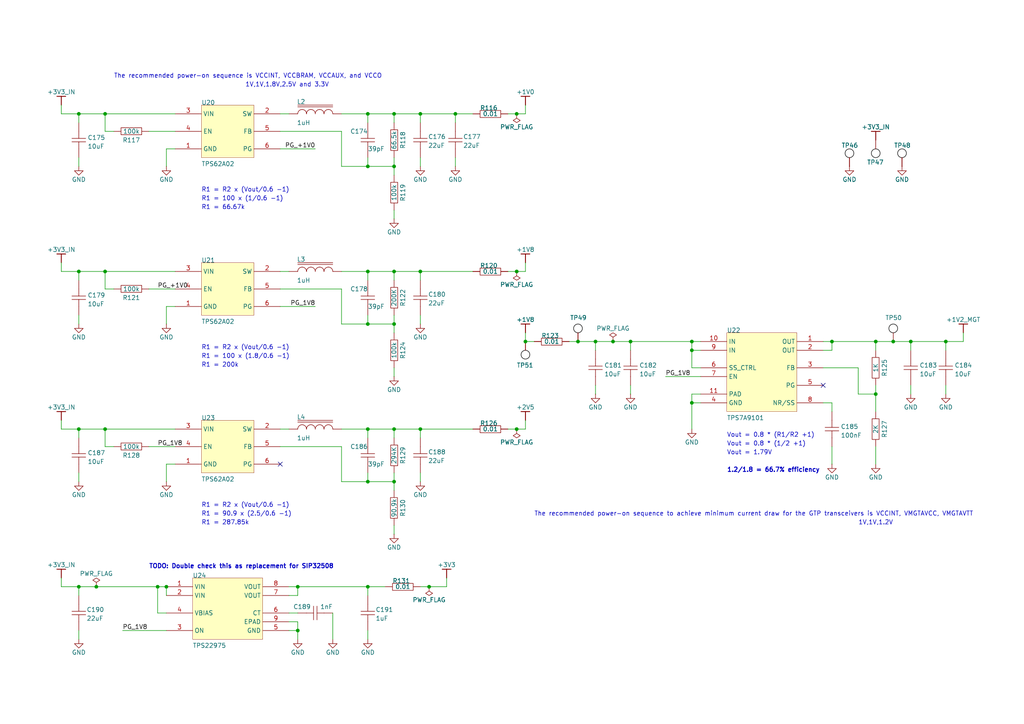
<source format=kicad_sch>
(kicad_sch (version 20241004) (generator "eeschema") (generator_version "8.99")
  (paper "A4")
  (title_block (title "ThunderScope") (rev "5") (company "EEVengers"))
  (text "The recommended power-on sequence to achieve minimum current draw for the GTP transceivers is VCCINT, VMGTAVCC, VMGTAVTT" (at 154.94 149.86 0) (effects (font (size 1.27 1.27)) (justify left bottom)))
  (text "TODO: Double check this as replacement for SIP32508" (at 43.18 165.1 0) (effects (font (size 1.27 1.27) (thickness 0.254) (bold yes)) (justify left bottom)))
  (text "R1 = R2 x (Vout/0.6 -1)" (at 58.42 55.88 0) (effects (font (size 1.27 1.27)) (justify left bottom)))
  (text "Vout = 0.8 * (1/2 +1)" (at 210.82 129.54 0) (effects (font (size 1.27 1.27)) (justify left bottom)))
  (text "R1 = 200k" (at 58.42 106.68 0) (effects (font (size 1.27 1.27)) (justify left bottom)))
  (text "R1 = R2 x (Vout/0.6 -1)" (at 58.42 147.32 0) (effects (font (size 1.27 1.27)) (justify left bottom)))
  (text "R1 = 90.9 x (2.5/0.6 -1)" (at 58.42 149.86 0) (effects (font (size 1.27 1.27)) (justify left bottom)))
  (text "Vout = 1.79V" (at 210.82 132.08 0) (effects (font (size 1.27 1.27)) (justify left bottom)))
  (text "1V,1V,1.2V" (at 254 152.4 0) (effects (font (size 1.27 1.27)) (justify bottom)))
  (text "R1 = 100 x (1.8/0.6 -1)" (at 58.42 104.14 0) (effects (font (size 1.27 1.27)) (justify left bottom)))
  (text "R1 = 100 x (1/0.6 -1)" (at 58.42 58.42 0) (effects (font (size 1.27 1.27)) (justify left bottom)))
  (text "R1 = 66.67k" (at 58.42 60.96 0) (effects (font (size 1.27 1.27)) (justify left bottom)))
  (text "Vout = 0.8 * (R1/R2 +1)" (at 210.82 127 0) (effects (font (size 1.27 1.27)) (justify left bottom)))
  (text "1.2/1.8 = 66.7% efficiency" (at 210.82 137.16 0) (effects (font (size 1.27 1.27) (thickness 0.254) (bold yes)) (justify left bottom)))
  (text "R1 = 287.85k" (at 58.42 152.4 0) (effects (font (size 1.27 1.27)) (justify left bottom)))
  (text "The recommended power-on sequence is VCCINT, VCCBRAM, VCCAUX, and VCCO" (at 33.02 22.86 0) (effects (font (size 1.27 1.27)) (justify left bottom)))
  (text "R1 = R2 x (Vout/0.6 -1)" (at 58.42 101.6 0) (effects (font (size 1.27 1.27)) (justify left bottom)))
  (text "1V,1V,1.8V,2.5V and 3.3V" (at 71.12 25.4 0) (effects (font (size 1.27 1.27)) (justify left bottom)))
  (junction (at 182.88 99.06))
  (junction (at 149.86 124.46))
  (junction (at 106.68 33.02))
  (junction (at 149.86 33.02))
  (junction (at 86.36 170.18))
  (junction (at 254 114.3))
  (junction (at 30.48 78.74))
  (junction (at 241.3 99.06))
  (junction (at 259.08 99.06))
  (junction (at 114.3 78.74))
  (junction (at 106.68 78.74))
  (junction (at 264.16 99.06))
  (junction (at 200.66 116.84))
  (junction (at 22.86 78.74))
  (junction (at 200.66 99.06))
  (junction (at 121.92 124.46))
  (junction (at 114.3 48.26))
  (junction (at 86.36 182.88))
  (junction (at 177.8 99.06))
  (junction (at 48.26 170.18))
  (junction (at 106.68 139.7))
  (junction (at 22.86 33.02))
  (junction (at 149.86 78.74))
  (junction (at 152.4 99.06))
  (junction (at 106.68 48.26))
  (junction (at 106.68 124.46))
  (junction (at 124.46 170.18))
  (junction (at 106.68 170.18))
  (junction (at 167.64 99.06))
  (junction (at 114.3 93.98))
  (junction (at 27.94 170.18))
  (junction (at 45.72 170.18))
  (junction (at 121.92 78.74))
  (junction (at 114.3 139.7))
  (junction (at 114.3 33.02))
  (junction (at 114.3 124.46))
  (junction (at 30.48 124.46))
  (junction (at 200.66 101.6))
  (junction (at 274.32 99.06))
  (junction (at 121.92 33.02))
  (junction (at 254 99.06))
  (junction (at 30.48 33.02))
  (junction (at 132.08 33.02))
  (junction (at 172.72 99.06))
  (junction (at 22.86 170.18))
  (junction (at 106.68 93.98))
  (junction (at 22.86 124.46))
  (no_connect (at 81.28 134.62))
  (no_connect (at 238.76 111.76))
  (wire (pts (xy 22.86 124.46) (xy 22.86 127)))
  (wire (pts (xy 114.3 142.24) (xy 114.3 139.7)))
  (wire (pts (xy 83.82 182.88) (xy 86.36 182.88)))
  (wire (pts (xy 200.66 114.3) (xy 200.66 116.84)))
  (wire (pts (xy 114.3 93.98) (xy 114.3 91.44)))
  (wire (pts (xy 22.86 139.7) (xy 22.86 137.16)))
  (wire (pts (xy 30.48 38.1) (xy 33.02 38.1)))
  (wire (pts (xy 106.68 137.16) (xy 106.68 139.7)))
  (wire (pts (xy 22.86 93.98) (xy 22.86 91.44)))
  (wire (pts (xy 106.68 93.98) (xy 99.06 93.98)))
  (wire (pts (xy 99.06 83.82) (xy 81.28 83.82)))
  (wire (pts (xy 50.8 83.82) (xy 43.18 83.82)))
  (wire (pts (xy 121.92 93.98) (xy 121.92 91.44)))
  (wire (pts (xy 99.06 139.7) (xy 99.06 129.54)))
  (wire (pts (xy 30.48 129.54) (xy 33.02 129.54)))
  (wire (pts (xy 200.66 116.84) (xy 200.66 124.46)))
  (wire (pts (xy 48.26 43.18) (xy 50.8 43.18)))
  (wire (pts (xy 149.86 33.02) (xy 152.4 33.02)))
  (wire (pts (xy 264.16 114.3) (xy 264.16 111.76)))
  (wire (pts (xy 200.66 99.06) (xy 203.2 99.06)))
  (wire (pts (xy 50.8 78.74) (xy 30.48 78.74)))
  (wire (pts (xy 17.78 30.48) (xy 17.78 33.02)))
  (wire (pts (xy 48.26 48.26) (xy 48.26 43.18)))
  (wire (pts (xy 114.3 127) (xy 114.3 124.46)))
  (wire (pts (xy 121.92 139.7) (xy 121.92 137.16)))
  (wire (pts (xy 149.86 78.74) (xy 152.4 78.74)))
  (wire (pts (xy 279.4 99.06) (xy 279.4 96.52)))
  (wire (pts (xy 114.3 50.8) (xy 114.3 48.26)))
  (wire (pts (xy 83.82 180.34) (xy 86.36 180.34)))
  (wire (pts (xy 45.72 170.18) (xy 48.26 170.18)))
  (wire (pts (xy 17.78 121.92) (xy 17.78 124.46)))
  (wire (pts (xy 254 129.54) (xy 254 134.62)))
  (wire (pts (xy 106.68 48.26) (xy 99.06 48.26)))
  (wire (pts (xy 147.32 78.74) (xy 149.86 78.74)))
  (wire (pts (xy 22.86 170.18) (xy 27.94 170.18)))
  (wire (pts (xy 96.52 185.42) (xy 96.52 177.8)))
  (wire (pts (xy 129.54 170.18) (xy 129.54 167.64)))
  (wire (pts (xy 121.92 48.26) (xy 121.92 45.72)))
  (wire (pts (xy 203.2 101.6) (xy 200.66 101.6)))
  (wire (pts (xy 106.68 124.46) (xy 99.06 124.46)))
  (wire (pts (xy 30.48 33.02) (xy 22.86 33.02)))
  (wire (pts (xy 106.68 127) (xy 106.68 124.46)))
  (wire (pts (xy 182.88 99.06) (xy 200.66 99.06)))
  (wire (pts (xy 274.32 99.06) (xy 274.32 101.6)))
  (wire (pts (xy 238.76 101.6) (xy 241.3 101.6)))
  (wire (pts (xy 203.2 114.3) (xy 200.66 114.3)))
  (wire (pts (xy 241.3 101.6) (xy 241.3 99.06)))
  (wire (pts (xy 121.92 124.46) (xy 114.3 124.46)))
  (wire (pts (xy 121.92 124.46) (xy 137.16 124.46)))
  (wire (pts (xy 81.28 33.02) (xy 83.82 33.02)))
  (wire (pts (xy 172.72 114.3) (xy 172.72 111.76)))
  (wire (pts (xy 30.48 83.82) (xy 33.02 83.82)))
  (wire (pts (xy 99.06 129.54) (xy 81.28 129.54)))
  (wire (pts (xy 254 99.06) (xy 259.08 99.06)))
  (wire (pts (xy 114.3 96.52) (xy 114.3 93.98)))
  (wire (pts (xy 22.86 170.18) (xy 22.86 172.72)))
  (wire (pts (xy 114.3 81.28) (xy 114.3 78.74)))
  (wire (pts (xy 241.3 116.84) (xy 241.3 119.38)))
  (wire (pts (xy 114.3 78.74) (xy 106.68 78.74)))
  (wire (pts (xy 86.36 172.72) (xy 83.82 172.72)))
  (wire (pts (xy 248.92 106.68) (xy 248.92 114.3)))
  (wire (pts (xy 17.78 170.18) (xy 22.86 170.18)))
  (wire (pts (xy 238.76 106.68) (xy 248.92 106.68)))
  (wire (pts (xy 254 114.3) (xy 254 119.38)))
  (wire (pts (xy 152.4 124.46) (xy 152.4 121.92)))
  (wire (pts (xy 167.64 99.06) (xy 172.72 99.06)))
  (wire (pts (xy 177.8 99.06) (xy 182.88 99.06)))
  (wire (pts (xy 241.3 99.06) (xy 254 99.06)))
  (wire (pts (xy 200.66 106.68) (xy 200.66 101.6)))
  (wire (pts (xy 22.86 33.02) (xy 22.86 35.56)))
  (wire (pts (xy 17.78 78.74) (xy 22.86 78.74)))
  (wire (pts (xy 182.88 99.06) (xy 182.88 101.6)))
  (wire (pts (xy 17.78 124.46) (xy 22.86 124.46)))
  (wire (pts (xy 106.68 170.18) (xy 111.76 170.18)))
  (wire (pts (xy 200.66 101.6) (xy 200.66 99.06)))
  (wire (pts (xy 165.1 99.06) (xy 167.64 99.06)))
  (wire (pts (xy 114.3 139.7) (xy 114.3 137.16)))
  (wire (pts (xy 106.68 91.44) (xy 106.68 93.98)))
  (wire (pts (xy 48.26 170.18) (xy 48.26 172.72)))
  (wire (pts (xy 48.26 177.8) (xy 45.72 177.8)))
  (wire (pts (xy 106.68 185.42) (xy 106.68 182.88)))
  (wire (pts (xy 274.32 99.06) (xy 279.4 99.06)))
  (wire (pts (xy 99.06 48.26) (xy 99.06 38.1)))
  (wire (pts (xy 147.32 124.46) (xy 149.86 124.46)))
  (wire (pts (xy 114.3 35.56) (xy 114.3 33.02)))
  (wire (pts (xy 83.82 177.8) (xy 86.36 177.8)))
  (wire (pts (xy 124.46 170.18) (xy 129.54 170.18)))
  (wire (pts (xy 48.26 93.98) (xy 48.26 88.9)))
  (wire (pts (xy 238.76 99.06) (xy 241.3 99.06)))
  (wire (pts (xy 121.92 33.02) (xy 132.08 33.02)))
  (wire (pts (xy 48.26 88.9) (xy 50.8 88.9)))
  (wire (pts (xy 81.28 88.9) (xy 91.44 88.9)))
  (wire (pts (xy 81.28 43.18) (xy 91.44 43.18)))
  (wire (pts (xy 30.48 124.46) (xy 22.86 124.46)))
  (wire (pts (xy 81.28 78.74) (xy 83.82 78.74)))
  (wire (pts (xy 114.3 139.7) (xy 106.68 139.7)))
  (wire (pts (xy 50.8 124.46) (xy 30.48 124.46)))
  (wire (pts (xy 132.08 33.02) (xy 137.16 33.02)))
  (wire (pts (xy 30.48 78.74) (xy 30.48 83.82)))
  (wire (pts (xy 106.68 35.56) (xy 106.68 33.02)))
  (wire (pts (xy 106.68 139.7) (xy 99.06 139.7)))
  (wire (pts (xy 121.92 81.28) (xy 121.92 78.74)))
  (wire (pts (xy 86.36 170.18) (xy 86.36 172.72)))
  (wire (pts (xy 48.26 182.88) (xy 35.56 182.88)))
  (wire (pts (xy 121.92 33.02) (xy 114.3 33.02)))
  (wire (pts (xy 106.68 170.18) (xy 86.36 170.18)))
  (wire (pts (xy 106.68 33.02) (xy 99.06 33.02)))
  (wire (pts (xy 264.16 99.06) (xy 274.32 99.06)))
  (wire (pts (xy 149.86 124.46) (xy 152.4 124.46)))
  (wire (pts (xy 172.72 99.06) (xy 177.8 99.06)))
  (wire (pts (xy 248.92 114.3) (xy 254 114.3)))
  (wire (pts (xy 121.92 127) (xy 121.92 124.46)))
  (wire (pts (xy 132.08 48.26) (xy 132.08 45.72)))
  (wire (pts (xy 30.48 124.46) (xy 30.48 129.54)))
  (wire (pts (xy 30.48 33.02) (xy 30.48 38.1)))
  (wire (pts (xy 264.16 99.06) (xy 264.16 101.6)))
  (wire (pts (xy 154.94 99.06) (xy 152.4 99.06)))
  (wire (pts (xy 22.86 78.74) (xy 22.86 81.28)))
  (wire (pts (xy 114.3 93.98) (xy 106.68 93.98)))
  (wire (pts (xy 254 111.76) (xy 254 114.3)))
  (wire (pts (xy 121.92 78.74) (xy 137.16 78.74)))
  (wire (pts (xy 86.36 170.18) (xy 83.82 170.18)))
  (wire (pts (xy 48.26 134.62) (xy 50.8 134.62)))
  (wire (pts (xy 121.92 170.18) (xy 124.46 170.18)))
  (wire (pts (xy 99.06 93.98) (xy 99.06 83.82)))
  (wire (pts (xy 106.68 45.72) (xy 106.68 48.26)))
  (wire (pts (xy 147.32 33.02) (xy 149.86 33.02)))
  (wire (pts (xy 45.72 177.8) (xy 45.72 170.18)))
  (wire (pts (xy 152.4 78.74) (xy 152.4 76.2)))
  (wire (pts (xy 114.3 33.02) (xy 106.68 33.02)))
  (wire (pts (xy 114.3 106.68) (xy 114.3 109.22)))
  (wire (pts (xy 43.18 38.1) (xy 50.8 38.1)))
  (wire (pts (xy 50.8 33.02) (xy 30.48 33.02)))
  (wire (pts (xy 17.78 76.2) (xy 17.78 78.74)))
  (wire (pts (xy 114.3 124.46) (xy 106.68 124.46)))
  (wire (pts (xy 182.88 114.3) (xy 182.88 111.76)))
  (wire (pts (xy 114.3 48.26) (xy 106.68 48.26)))
  (wire (pts (xy 152.4 96.52) (xy 152.4 99.06)))
  (wire (pts (xy 193.04 109.22) (xy 203.2 109.22)))
  (wire (pts (xy 259.08 99.06) (xy 264.16 99.06)))
  (wire (pts (xy 172.72 101.6) (xy 172.72 99.06)))
  (wire (pts (xy 99.06 38.1) (xy 81.28 38.1)))
  (wire (pts (xy 152.4 33.02) (xy 152.4 30.48)))
  (wire (pts (xy 114.3 60.96) (xy 114.3 63.5)))
  (wire (pts (xy 50.8 129.54) (xy 43.18 129.54)))
  (wire (pts (xy 27.94 170.18) (xy 45.72 170.18)))
  (wire (pts (xy 106.68 78.74) (xy 99.06 78.74)))
  (wire (pts (xy 121.92 35.56) (xy 121.92 33.02)))
  (wire (pts (xy 238.76 116.84) (xy 241.3 116.84)))
  (wire (pts (xy 86.36 182.88) (xy 86.36 185.42)))
  (wire (pts (xy 48.26 139.7) (xy 48.26 134.62)))
  (wire (pts (xy 22.86 48.26) (xy 22.86 45.72)))
  (wire (pts (xy 121.92 78.74) (xy 114.3 78.74)))
  (wire (pts (xy 241.3 134.62) (xy 241.3 129.54)))
  (wire (pts (xy 114.3 48.26) (xy 114.3 45.72)))
  (wire (pts (xy 22.86 185.42) (xy 22.86 182.88)))
  (wire (pts (xy 81.28 124.46) (xy 83.82 124.46)))
  (wire (pts (xy 132.08 35.56) (xy 132.08 33.02)))
  (wire (pts (xy 203.2 106.68) (xy 200.66 106.68)))
  (wire (pts (xy 30.48 78.74) (xy 22.86 78.74)))
  (wire (pts (xy 254 101.6) (xy 254 99.06)))
  (wire (pts (xy 17.78 167.64) (xy 17.78 170.18)))
  (wire (pts (xy 114.3 152.4) (xy 114.3 154.94)))
  (wire (pts (xy 86.36 180.34) (xy 86.36 182.88)))
  (wire (pts (xy 106.68 170.18) (xy 106.68 172.72)))
  (wire (pts (xy 203.2 116.84) (xy 200.66 116.84)))
  (wire (pts (xy 17.78 33.02) (xy 22.86 33.02)))
  (wire (pts (xy 106.68 81.28) (xy 106.68 78.74)))
  (wire (pts (xy 274.32 114.3) (xy 274.32 111.76)))
  (label "PG_1V8" (at 35.56 182.88 0))
  (label "PG_+1V0" (at 91.44 43.18 180))
  (label "PG_1V8" (at 45.72 129.54 0))
  (label "PG_1V8" (at 193.04 109.22 0))
  (label "PG_+1V0" (at 45.72 83.82 0))
  (label "PG_1V8" (at 91.44 88.9 180))
  (symbol (lib_id "Thunderscope_Rev5:GND") (at 132.08 48.26 0) (unit 1)
    (property "Reference" "#PWR0495" (effects (hide yes)))
    (property "Value" "GND" (at 132.08 52.07 0))
    (property "Description" "Power symbol creates a global label with name \"GND\" , ground" (effects (hide yes)))
  )
  (symbol (lib_id "Thunderscope_Rev5:+1V0_BAR") (at 152.4 30.48 180) (unit 1)
    (property "Reference" "#PWR0494" (effects (hide yes)))
    (property "Value" "+1V0" (at 152.4 26.67 0))
  )
  (symbol (lib_id "Thunderscope_Rev5:RES 100K OHM 1% 1/10W 0402") (at 38.1 129.54 90) (unit 1)
    (property "Reference" "R128" (at 38.1 132.08 90))
    (property "Value" "${ALTIUM_VALUE}" (at 38.1 129.54 90))
    (property "Footprint" "GEN_R_0402" (effects (hide yes)))
    (property "TOLERANCE" "1%" (effects (hide yes)))
    (property "PACKAGE" "0402" (effects (hide yes)))
    (property "ALTIUM_VALUE" "100k" (effects (hide yes)))
    (property "SUPPLIER 1" "Mouser" (effects (hide yes)))
    (property "SUPPLIER PART NUMBER 1" "603-RC0402FR-07100KL" (effects (hide yes)))
    (property "HOUSE PART NUMBER" "R-100K-0402-1%-001" (effects (hide yes)))
    (property "MANUFACTURER" "Yageo" (effects (hide yes)))
    (property "MANUFACTURER PART NUMBER" "RC0402FR-07100KL" (effects (hide yes)))
  )
  (symbol (lib_id "power:PWR_FLAG") (at 149.86 33.02 180) (unit 1)
    (property "Reference" "#FLG012" (effects (hide yes)))
    (property "Value" "PWR_FLAG" (at 149.86 36.83 0))
    (property "Description" "Special symbol for telling ERC where power comes from" (effects (hide yes)))
  )
  (symbol (lib_id "Thunderscope_Rev5:CAP 1nF 50V C0G 0402") (at 91.44 177.8 90) (unit 1)
    (property "Reference" "C189" (at 90.17 175.26 90) (effects (justify left bottom)))
    (property "Value" "${ALTIUM_VALUE}" (at 96.52 175.26 90) (effects (justify left bottom)))
    (property "Footprint" "GEN_C_0402" (effects (hide yes)))
    (property "PACKAGE" "0402" (effects (hide yes)))
    (property "VOLTAGE RATING" "50V" (effects (hide yes)))
    (property "SUPPLIER 1" "Mouser" (effects (hide yes)))
    (property "SUPPLIER PART NUMBER 1" "81-GRM1555C1H102FA1D" (effects (hide yes)))
    (property "ALTIUM_VALUE" "1nF" (effects (hide yes)))
    (property "MANUFACTURER" "Murata" (effects (hide yes)))
    (property "MANUFACTURER PART NUMBER" "GRM1555C1H102FA01D" (effects (hide yes)))
  )
  (symbol (lib_id "Thunderscope_Rev5:+3V3_IN_BAR") (at 17.78 76.2 180) (unit 1)
    (property "Reference" "#PWR0470" (effects (hide yes)))
    (property "Value" "+3V3_IN" (at 17.78 72.39 0))
  )
  (symbol (lib_id "Thunderscope_Rev5:RES 0.01 OHM 1% 1/4W 0603") (at 142.24 78.74 0) (unit 1)
    (property "Reference" "R120" (at 139.24 77.764 0) (effects (justify left bottom)))
    (property "Value" "${ALTIUM_VALUE}" (at 142.24 78.74 0))
    (property "Footprint" "GEN_R_0603" (effects (hide yes)))
    (property "TOLERANCE" "1%" (effects (hide yes)))
    (property "SUPPLIER 1" "Mouser" (effects (hide yes)))
    (property "SUPPLIER PART NUMBER 1" "754-RL0816T-R010-F" (effects (hide yes)))
    (property "ALTIUM_VALUE" "0.01" (effects (hide yes)))
    (property "PACKAGE" "0603" (effects (hide yes)))
    (property "HOUSE PART NUMBER" "R-0.01-0603-1%-001" (effects (hide yes)))
    (property "MANUFACTURER" "Susumu" (effects (hide yes)))
    (property "MANUFACTURER PART NUMBER" "RL0816T-R010-F" (effects (hide yes)))
  )
  (symbol (lib_id "Thunderscope_Rev5:GND") (at 114.3 63.5 0) (unit 1)
    (property "Reference" "#PWR0460" (effects (hide yes)))
    (property "Value" "GND" (at 114.3 67.31 0))
    (property "Description" "Power symbol creates a global label with name \"GND\" , ground" (effects (hide yes)))
  )
  (symbol (lib_id "Thunderscope_Rev5:RES 0.01 OHM 1% 1/4W 0603") (at 142.24 33.02 0) (unit 1)
    (property "Reference" "R116" (at 139.24 32.044 0) (effects (justify left bottom)))
    (property "Value" "${ALTIUM_VALUE}" (at 142.24 33.02 0))
    (property "Footprint" "GEN_R_0603" (effects (hide yes)))
    (property "TOLERANCE" "1%" (effects (hide yes)))
    (property "SUPPLIER 1" "Mouser" (effects (hide yes)))
    (property "SUPPLIER PART NUMBER 1" "754-RL0816T-R010-F" (effects (hide yes)))
    (property "ALTIUM_VALUE" "0.01" (effects (hide yes)))
    (property "PACKAGE" "0603" (effects (hide yes)))
    (property "HOUSE PART NUMBER" "R-0.01-0603-1%-001" (effects (hide yes)))
    (property "MANUFACTURER" "Susumu" (effects (hide yes)))
    (property "MANUFACTURER PART NUMBER" "RL0816T-R010-F" (effects (hide yes)))
  )
  (symbol (lib_id "Thunderscope_Rev5:GND") (at 264.16 114.3 0) (unit 1)
    (property "Reference" "#PWR0487" (effects (hide yes)))
    (property "Value" "GND" (at 264.16 118.11 0))
    (property "Description" "Power symbol creates a global label with name \"GND\" , ground" (effects (hide yes)))
  )
  (symbol (lib_id "Thunderscope_Rev5:GND") (at 96.52 185.42 0) (unit 1)
    (property "Reference" "#PWR0475" (effects (hide yes)))
    (property "Value" "GND" (at 96.52 189.23 0))
    (property "Description" "Power symbol creates a global label with name \"GND\" , ground" (effects (hide yes)))
  )
  (symbol (lib_id "Thunderscope_Rev5:GND") (at 22.86 139.7 0) (unit 1)
    (property "Reference" "#PWR0463" (effects (hide yes)))
    (property "Value" "GND" (at 22.86 143.51 0))
    (property "Description" "Power symbol creates a global label with name \"GND\" , ground" (effects (hide yes)))
  )
  (symbol (lib_id "Thunderscope_Rev5:CAP 100nF 16V X7R 0402") (at 241.3 124.46 0) (unit 1)
    (property "Reference" "C185" (at 243.84 124.46 0) (effects (justify left bottom)))
    (property "Value" "${ALTIUM_VALUE}" (at 243.84 127 0) (effects (justify left bottom)))
    (property "Footprint" "GEN_C_0402" (effects (hide yes)))
    (property "PACKAGE" "0402" (effects (hide yes)))
    (property "VOLTAGE RATING" "16V" (effects (hide yes)))
    (property "SUPPLIER 1" "Mouser" (effects (hide yes)))
    (property "SUPPLIER PART NUMBER 1" "81-GCM155R71C104KA5D" (effects (hide yes)))
    (property "ALTIUM_VALUE" "100nF" (effects (hide yes)))
    (property "HOUSE PART NUMBER" "C-100nF-0402-002" (effects (hide yes)))
    (property "MANUFACTURER" "Murata" (effects (hide yes)))
    (property "MANUFACTURER PART NUMBER" "GCM155R71C104KA55D" (effects (hide yes)))
  )
  (symbol (lib_id "power:PWR_FLAG") (at 124.46 170.18 180) (unit 1)
    (property "Reference" "#FLG015" (effects (hide yes)))
    (property "Value" "PWR_FLAG" (at 124.46 173.99 0))
    (property "Description" "Special symbol for telling ERC where power comes from" (effects (hide yes)))
  )
  (symbol (lib_id "Thunderscope_Rev5:IC BUCK TPS62A02") (at 58.42 30.48 0) (unit 1)
    (property "Reference" "U20" (at 58.42 30.48 0) (effects (justify left bottom)))
    (property "Value" "TPS62A02" (at 58.42 48.26 0) (effects (justify left bottom)))
    (property "Footprint" "TI_SOT563_DRL0006A" (effects (hide yes)))
    (property "SUPPLIER 1" "Texas Instruments" (effects (hide yes)))
    (property "SUPPLIER PART NUMBER 1" "TPS62A02DRLR" (effects (hide yes)))
    (property "HOUSE PART NUMBER" "TPS62A02DRLR" (effects (hide yes)))
    (property "MANUFACTURER" "Texas Instruments" (effects (hide yes)))
    (property "MANUFACTURER PART NUMBER" "TPS62A02DRLR" (effects (hide yes)))
  )
  (symbol (lib_id "Thunderscope_Rev5:CAP 39pF 50V C0G 0402") (at 106.68 40.64 0) (unit 1)
    (property "Reference" "C174" (at 104.14 38.1 0))
    (property "Value" "${ALTIUM_VALUE}" (at 106.68 43.18 0) (effects (justify left)))
    (property "Footprint" "GEN_C_0402" (effects (hide yes)))
    (property "PACKAGE" "0402" (effects (hide yes)))
    (property "TEMPERATURE COEFFICIENT" "C0G" (effects (hide yes)))
    (property "ALTIUM_VALUE" "39pF" (effects (hide yes)))
    (property "VOLTAGE RATING" "50V" (effects (hide yes)))
    (property "SUPPLIER 1" "Mouser" (effects (hide yes)))
    (property "SUPPLIER PART NUMBER 1" "80-C0402C390J5G" (effects (hide yes)))
    (property "HOUSE PART NUMBER" "C-39pF-0402-002" (effects (hide yes)))
    (property "MANUFACTURER" "KEMET" (effects (hide yes)))
    (property "MANUFACTURER PART NUMBER" "C0402C390J5GACTU" (effects (hide yes)))
  )
  (symbol (lib_id "Thunderscope_Rev5:RES 90.9K OHM 1% 1/16W 0402") (at 114.3 147.32 90) (unit 1)
    (property "Reference" "R130" (at 116.84 147.32 0))
    (property "Value" "${ALTIUM_VALUE}" (at 114.3 147.32 0))
    (property "Footprint" "GEN_R_0402" (effects (hide yes)))
    (property "TOLERANCE" "1%" (effects (hide yes)))
    (property "PACKAGE" "0402" (effects (hide yes)))
    (property "ALTIUM_VALUE" "90.9k" (effects (hide yes)))
    (property "SUPPLIER 1" "Mouser" (effects (hide yes)))
    (property "SUPPLIER PART NUMBER 1" "603-RC0402FR-0790K9L" (effects (hide yes)))
    (property "MANUFACTURER" "Yageo" (effects (hide yes)))
    (property "MANUFACTURER PART NUMBER" "RC0402FR-0790K9L" (effects (hide yes)))
  )
  (symbol (lib_id "Thunderscope_Rev5:GND") (at 200.66 124.46 0) (unit 1)
    (property "Reference" "#PWR0482" (effects (hide yes)))
    (property "Value" "GND" (at 200.66 128.27 0))
    (property "Description" "Power symbol creates a global label with name \"GND\" , ground" (effects (hide yes)))
  )
  (symbol (lib_id "Thunderscope_Rev5:RES 1K OHM 1% 1/10W 0402") (at 254 106.68 0) (unit 1)
    (property "Reference" "R125" (at 256.54 106.68 90))
    (property "Value" "${ALTIUM_VALUE}" (at 254 106.68 90))
    (property "Footprint" "GEN_R_0402" (effects (hide yes)))
    (property "TOLERANCE" "1%" (effects (hide yes)))
    (property "PACKAGE" "0402" (effects (hide yes)))
    (property "SUPPLIER 1" "Mouser" (effects (hide yes)))
    (property "SUPPLIER PART NUMBER 1" "603-RC0402FR-071KL" (effects (hide yes)))
    (property "ALTIUM_VALUE" "1K" (effects (hide yes)))
    (property "HOUSE PART NUMBER" "R-1K-0402-1%-001" (effects (hide yes)))
    (property "MANUFACTURER" "Yageo" (effects (hide yes)))
    (property "MANUFACTURER PART NUMBER" "RC0402FR-071KL" (effects (hide yes)))
  )
  (symbol (lib_id "Thunderscope_Rev5:CAP 10uF 10V X5R 0603") (at 182.88 106.68 0) (unit 1)
    (property "Reference" "C182" (at 185.42 106.68 0) (effects (justify left bottom)))
    (property "Value" "${ALTIUM_VALUE}" (at 185.42 109.22 0) (effects (justify left bottom)))
    (property "Footprint" "GEN_C_0603" (effects (hide yes)))
    (property "PACKAGE" "0402" (effects (hide yes)))
    (property "VOLTAGE RATING" "10V" (effects (hide yes)))
    (property "SUPPLIER 1" "Mouser" (effects (hide yes)))
    (property "SUPPLIER PART NUMBER 1" "81-GRM188R61A106ME9D" (effects (hide yes)))
    (property "ALTIUM_VALUE" "10uF" (effects (hide yes)))
    (property "HOUSE PART NUMBER" "C-10uF-0603-002" (effects (hide yes)))
    (property "MANUFACTURER" "Murata" (effects (hide yes)))
    (property "MANUFACTURER PART NUMBER" "GRM188R61A106ME69D" (effects (hide yes)))
  )
  (symbol (lib_id "Thunderscope_Rev5:GND") (at 274.32 114.3 0) (unit 1)
    (property "Reference" "#PWR0486" (effects (hide yes)))
    (property "Value" "GND" (at 274.32 118.11 0))
    (property "Description" "Power symbol creates a global label with name \"GND\" , ground" (effects (hide yes)))
  )
  (symbol (lib_id "Thunderscope_Rev5:CAP 39pF 50V C0G 0402") (at 106.68 86.36 0) (unit 1)
    (property "Reference" "C178" (at 104.14 83.82 0))
    (property "Value" "${ALTIUM_VALUE}" (at 106.68 88.9 0) (effects (justify left)))
    (property "Footprint" "GEN_C_0402" (effects (hide yes)))
    (property "PACKAGE" "0402" (effects (hide yes)))
    (property "TEMPERATURE COEFFICIENT" "C0G" (effects (hide yes)))
    (property "ALTIUM_VALUE" "39pF" (effects (hide yes)))
    (property "VOLTAGE RATING" "50V" (effects (hide yes)))
    (property "SUPPLIER 1" "Mouser" (effects (hide yes)))
    (property "SUPPLIER PART NUMBER 1" "80-C0402C390J5G" (effects (hide yes)))
    (property "HOUSE PART NUMBER" "C-39pF-0402-002" (effects (hide yes)))
    (property "MANUFACTURER" "KEMET" (effects (hide yes)))
    (property "MANUFACTURER PART NUMBER" "C0402C390J5GACTU" (effects (hide yes)))
  )
  (symbol (lib_id "Thunderscope_Rev5:GND") (at 48.26 48.26 0) (unit 1)
    (property "Reference" "#PWR0471" (effects (hide yes)))
    (property "Value" "GND" (at 48.26 52.07 0))
    (property "Description" "Power symbol creates a global label with name \"GND\" , ground" (effects (hide yes)))
  )
  (symbol (lib_id "Thunderscope_Rev5:+1V8_BAR") (at 152.4 76.2 180) (unit 1)
    (property "Reference" "#PWR0490" (effects (hide yes)))
    (property "Value" "+1V8" (at 152.4 72.39 0))
  )
  (symbol (lib_id "power:PWR_FLAG") (at 149.86 78.74 180) (unit 1)
    (property "Reference" "#FLG013" (effects (hide yes)))
    (property "Value" "PWR_FLAG" (at 149.86 82.55 0))
    (property "Description" "Special symbol for telling ERC where power comes from" (effects (hide yes)))
  )
  (symbol (lib_id "Thunderscope_Rev5:RES 0.01 OHM 1% 1/4W 0603") (at 160.02 99.06 0) (unit 1)
    (property "Reference" "R123" (at 157.02 98.084 0) (effects (justify left bottom)))
    (property "Value" "${ALTIUM_VALUE}" (at 160.02 99.06 0))
    (property "Footprint" "GEN_R_0603" (effects (hide yes)))
    (property "TOLERANCE" "1%" (effects (hide yes)))
    (property "SUPPLIER 1" "Mouser" (effects (hide yes)))
    (property "SUPPLIER PART NUMBER 1" "754-RL0816T-R010-F" (effects (hide yes)))
    (property "ALTIUM_VALUE" "0.01" (effects (hide yes)))
    (property "PACKAGE" "0603" (effects (hide yes)))
    (property "HOUSE PART NUMBER" "R-0.01-0603-1%-001" (effects (hide yes)))
    (property "MANUFACTURER" "Susumu" (effects (hide yes)))
    (property "MANUFACTURER PART NUMBER" "RL0816T-R010-F" (effects (hide yes)))
  )
  (symbol (lib_id "Thunderscope_Rev5:IND 1uH 5.5A 32 MOHM 1210") (at 91.44 124.46 0) (unit 1)
    (property "Reference" "L4" (at 86.106 121.666 0) (effects (justify left bottom)))
    (property "Value" "${ALTIUM_VALUE}" (at 86.106 127.762 0) (effects (justify left bottom)))
    (property "Footprint" "GEN_L_1210" (effects (hide yes)))
    (property "ALTIUM_VALUE" "1uH" (effects (hide yes)))
    (property "SUPPLIER 1" "Mouser" (effects (hide yes)))
    (property "SUPPLIER PART NUMBER 1" "652-SRP3212-1R0M" (effects (hide yes)))
    (property "HOUSE PART NUMBER" "SRP3212-1R0M" (effects (hide yes)))
    (property "MANUFACTURER" "Bourns" (effects (hide yes)))
    (property "MANUFACTURER PART NUMBER" "SRP3212-1R0M" (effects (hide yes)))
  )
  (symbol (lib_id "Thunderscope_Rev5:GND") (at 22.86 185.42 0) (unit 1)
    (property "Reference" "#PWR0466" (effects (hide yes)))
    (property "Value" "GND" (at 22.86 189.23 0))
    (property "Description" "Power symbol creates a global label with name \"GND\" , ground" (effects (hide yes)))
  )
  (symbol (lib_id "Thunderscope_Rev5:GND") (at 106.68 185.42 0) (unit 1)
    (property "Reference" "#PWR0476" (effects (hide yes)))
    (property "Value" "GND" (at 106.68 189.23 0))
    (property "Description" "Power symbol creates a global label with name \"GND\" , ground" (effects (hide yes)))
  )
  (symbol (lib_id "Thunderscope_Rev5:TP PCB 1mm") (at 259.08 99.06 90) (unit 1)
    (property "Reference" "TP50" (at 261.62 91.44 90) (effects (justify left bottom)))
    (property "Value" "PCB" (effects (hide yes)))
    (property "Footprint" "GEN_TP_PCB" (effects (hide yes)))
  )
  (symbol (lib_id "Thunderscope_Rev5:GND") (at 48.26 139.7 0) (unit 1)
    (property "Reference" "#PWR0465" (effects (hide yes)))
    (property "Value" "GND" (at 48.26 143.51 0))
    (property "Description" "Power symbol creates a global label with name \"GND\" , ground" (effects (hide yes)))
  )
  (symbol (lib_id "Thunderscope_Rev5:CAP 10uF 10V X5R 0603") (at 274.32 106.68 0) (unit 1)
    (property "Reference" "C184" (at 276.86 106.68 0) (effects (justify left bottom)))
    (property "Value" "${ALTIUM_VALUE}" (at 276.86 109.22 0) (effects (justify left bottom)))
    (property "Footprint" "GEN_C_0603" (effects (hide yes)))
    (property "PACKAGE" "0402" (effects (hide yes)))
    (property "VOLTAGE RATING" "10V" (effects (hide yes)))
    (property "SUPPLIER 1" "Mouser" (effects (hide yes)))
    (property "SUPPLIER PART NUMBER 1" "81-GRM188R61A106ME9D" (effects (hide yes)))
    (property "ALTIUM_VALUE" "10uF" (effects (hide yes)))
    (property "HOUSE PART NUMBER" "C-10uF-0603-002" (effects (hide yes)))
    (property "MANUFACTURER" "Murata" (effects (hide yes)))
    (property "MANUFACTURER PART NUMBER" "GRM188R61A106ME69D" (effects (hide yes)))
  )
  (symbol (lib_id "Thunderscope_Rev5:IND 1uH 5.5A 32 MOHM 1210") (at 91.44 78.74 0) (unit 1)
    (property "Reference" "L3" (at 86.106 75.946 0) (effects (justify left bottom)))
    (property "Value" "${ALTIUM_VALUE}" (at 86.106 82.042 0) (effects (justify left bottom)))
    (property "Footprint" "GEN_L_1210" (effects (hide yes)))
    (property "ALTIUM_VALUE" "1uH" (effects (hide yes)))
    (property "SUPPLIER 1" "Mouser" (effects (hide yes)))
    (property "SUPPLIER PART NUMBER 1" "652-SRP3212-1R0M" (effects (hide yes)))
    (property "HOUSE PART NUMBER" "SRP3212-1R0M" (effects (hide yes)))
    (property "MANUFACTURER" "Bourns" (effects (hide yes)))
    (property "MANUFACTURER PART NUMBER" "SRP3212-1R0M" (effects (hide yes)))
  )
  (symbol (lib_id "Thunderscope_Rev5:GND") (at 261.62 48.26 0) (unit 1)
    (property "Reference" "#PWR0488" (effects (hide yes)))
    (property "Value" "GND" (at 261.62 52.07 0))
    (property "Description" "Power symbol creates a global label with name \"GND\" , ground" (effects (hide yes)))
  )
  (symbol (lib_id "Thunderscope_Rev5:+3V3_IN_BAR") (at 254 40.64 180) (unit 1)
    (property "Reference" "#PWR0484" (effects (hide yes)))
    (property "Value" "+3V3_IN" (at 254 36.83 0))
  )
  (symbol (lib_id "Thunderscope_Rev5:TP PCB 1mm") (at 167.64 99.06 90) (unit 1)
    (property "Reference" "TP49" (at 170.18 91.44 90) (effects (justify left bottom)))
    (property "Value" "PCB" (effects (hide yes)))
    (property "Footprint" "GEN_TP_PCB" (effects (hide yes)))
  )
  (symbol (lib_id "Thunderscope_Rev5:CAP 22uF 25V X5R 0805") (at 121.92 86.36 0) (unit 1)
    (property "Reference" "C180" (at 124.174 86.106 0) (effects (justify left bottom)))
    (property "Value" "${ALTIUM_VALUE}" (at 124.174 88.646 0) (effects (justify left bottom)))
    (property "Footprint" "GEN_C_0805" (effects (hide yes)))
    (property "PACKAGE" "0805" (effects (hide yes)))
    (property "VOLTAGE RATING" "25V" (effects (hide yes)))
    (property "ALTIUM_VALUE" "22uF" (effects (hide yes)))
    (property "SUPPLIER 1" "Mouser" (effects (hide yes)))
    (property "SUPPLIER PART NUMBER 1" "81-GRM21BR61E226ME4L" (effects (hide yes)))
    (property "HOUSE PART NUMBER" "C-22uF-0805-002" (effects (hide yes)))
    (property "MANUFACTURER" "Murata" (effects (hide yes)))
    (property "MANUFACTURER PART NUMBER" "GRM21BR61E226ME44L" (effects (hide yes)))
  )
  (symbol (lib_id "Thunderscope_Rev5:RES 100K OHM 1% 1/10W 0402") (at 38.1 38.1 90) (unit 1)
    (property "Reference" "R117" (at 38.1 40.64 90))
    (property "Value" "${ALTIUM_VALUE}" (at 38.1 38.1 90))
    (property "Footprint" "GEN_R_0402" (effects (hide yes)))
    (property "TOLERANCE" "1%" (effects (hide yes)))
    (property "PACKAGE" "0402" (effects (hide yes)))
    (property "ALTIUM_VALUE" "100k" (effects (hide yes)))
    (property "SUPPLIER 1" "Mouser" (effects (hide yes)))
    (property "SUPPLIER PART NUMBER 1" "603-RC0402FR-07100KL" (effects (hide yes)))
    (property "HOUSE PART NUMBER" "R-100K-0402-1%-001" (effects (hide yes)))
    (property "MANUFACTURER" "Yageo" (effects (hide yes)))
    (property "MANUFACTURER PART NUMBER" "RC0402FR-07100KL" (effects (hide yes)))
  )
  (symbol (lib_id "Thunderscope_Rev5:CAP 22uF 25V X5R 0805") (at 121.92 40.64 0) (unit 1)
    (property "Reference" "C176" (at 124.174 40.386 0) (effects (justify left bottom)))
    (property "Value" "${ALTIUM_VALUE}" (at 124.174 42.926 0) (effects (justify left bottom)))
    (property "Footprint" "GEN_C_0805" (effects (hide yes)))
    (property "PACKAGE" "0805" (effects (hide yes)))
    (property "VOLTAGE RATING" "25V" (effects (hide yes)))
    (property "ALTIUM_VALUE" "22uF" (effects (hide yes)))
    (property "SUPPLIER 1" "Mouser" (effects (hide yes)))
    (property "SUPPLIER PART NUMBER 1" "81-GRM21BR61E226ME4L" (effects (hide yes)))
    (property "HOUSE PART NUMBER" "C-22uF-0805-002" (effects (hide yes)))
    (property "MANUFACTURER" "Murata" (effects (hide yes)))
    (property "MANUFACTURER PART NUMBER" "GRM21BR61E226ME44L" (effects (hide yes)))
  )
  (symbol (lib_id "Thunderscope_Rev5:CAP 10uF 10V X5R 0603") (at 22.86 132.08 0) (unit 1)
    (property "Reference" "C187" (at 25.4 132.08 0) (effects (justify left bottom)))
    (property "Value" "${ALTIUM_VALUE}" (at 25.4 134.62 0) (effects (justify left bottom)))
    (property "Footprint" "GEN_C_0603" (effects (hide yes)))
    (property "PACKAGE" "0402" (effects (hide yes)))
    (property "VOLTAGE RATING" "10V" (effects (hide yes)))
    (property "SUPPLIER 1" "Mouser" (effects (hide yes)))
    (property "SUPPLIER PART NUMBER 1" "81-GRM188R61A106ME9D" (effects (hide yes)))
    (property "ALTIUM_VALUE" "10uF" (effects (hide yes)))
    (property "HOUSE PART NUMBER" "C-10uF-0603-002" (effects (hide yes)))
    (property "MANUFACTURER" "Murata" (effects (hide yes)))
    (property "MANUFACTURER PART NUMBER" "GRM188R61A106ME69D" (effects (hide yes)))
  )
  (symbol (lib_id "Thunderscope_Rev5:GND") (at 48.26 93.98 0) (unit 1)
    (property "Reference" "#PWR0473" (effects (hide yes)))
    (property "Value" "GND" (at 48.26 97.79 0))
    (property "Description" "Power symbol creates a global label with name \"GND\" , ground" (effects (hide yes)))
  )
  (symbol (lib_id "Thunderscope_Rev5:GND") (at 114.3 154.94 0) (unit 1)
    (property "Reference" "#PWR0467" (effects (hide yes)))
    (property "Value" "GND" (at 114.3 158.75 0))
    (property "Description" "Power symbol creates a global label with name \"GND\" , ground" (effects (hide yes)))
  )
  (symbol (lib_id "Thunderscope_Rev5:GND") (at 22.86 48.26 0) (unit 1)
    (property "Reference" "#PWR0472" (effects (hide yes)))
    (property "Value" "GND" (at 22.86 52.07 0))
    (property "Description" "Power symbol creates a global label with name \"GND\" , ground" (effects (hide yes)))
  )
  (symbol (lib_id "Thunderscope_Rev5:CAP 10uF 10V X5R 0603") (at 264.16 106.68 0) (unit 1)
    (property "Reference" "C183" (at 266.7 106.68 0) (effects (justify left bottom)))
    (property "Value" "${ALTIUM_VALUE}" (at 266.7 109.22 0) (effects (justify left bottom)))
    (property "Footprint" "GEN_C_0603" (effects (hide yes)))
    (property "PACKAGE" "0402" (effects (hide yes)))
    (property "VOLTAGE RATING" "10V" (effects (hide yes)))
    (property "SUPPLIER 1" "Mouser" (effects (hide yes)))
    (property "SUPPLIER PART NUMBER 1" "81-GRM188R61A106ME9D" (effects (hide yes)))
    (property "ALTIUM_VALUE" "10uF" (effects (hide yes)))
    (property "HOUSE PART NUMBER" "C-10uF-0603-002" (effects (hide yes)))
    (property "MANUFACTURER" "Murata" (effects (hide yes)))
    (property "MANUFACTURER PART NUMBER" "GRM188R61A106ME69D" (effects (hide yes)))
  )
  (symbol (lib_id "Thunderscope_Rev5:GND") (at 22.86 93.98 0) (unit 1)
    (property "Reference" "#PWR0468" (effects (hide yes)))
    (property "Value" "GND" (at 22.86 97.79 0))
    (property "Description" "Power symbol creates a global label with name \"GND\" , ground" (effects (hide yes)))
  )
  (symbol (lib_id "Thunderscope_Rev5:+2V5_BAR") (at 152.4 121.92 180) (unit 1)
    (property "Reference" "#PWR0496" (effects (hide yes)))
    (property "Value" "+2V5" (at 152.4 118.11 0))
  )
  (symbol (lib_id "Thunderscope_Rev5:+3V3_IN_BAR") (at 17.78 30.48 180) (unit 1)
    (property "Reference" "#PWR0469" (effects (hide yes)))
    (property "Value" "+3V3_IN" (at 17.78 26.67 0))
  )
  (symbol (lib_id "Thunderscope_Rev5:GND") (at 172.72 114.3 0) (unit 1)
    (property "Reference" "#PWR0478" (effects (hide yes)))
    (property "Value" "GND" (at 172.72 118.11 0))
    (property "Description" "Power symbol creates a global label with name \"GND\" , ground" (effects (hide yes)))
  )
  (symbol (lib_id "Thunderscope_Rev5:IC BUCK TPS62A02") (at 58.42 121.92 0) (unit 1)
    (property "Reference" "U23" (at 58.42 121.92 0) (effects (justify left bottom)))
    (property "Value" "TPS62A02" (at 58.42 139.7 0) (effects (justify left bottom)))
    (property "Footprint" "TI_SOT563_DRL0006A" (effects (hide yes)))
    (property "SUPPLIER 1" "Texas Instruments" (effects (hide yes)))
    (property "SUPPLIER PART NUMBER 1" "TPS62A02DRLR" (effects (hide yes)))
    (property "HOUSE PART NUMBER" "TPS62A02DRLR" (effects (hide yes)))
    (property "MANUFACTURER" "Texas Instruments" (effects (hide yes)))
    (property "MANUFACTURER PART NUMBER" "TPS62A02DRLR" (effects (hide yes)))
  )
  (symbol (lib_id "Thunderscope_Rev5:+3V3_IN_BAR") (at 17.78 121.92 180) (unit 1)
    (property "Reference" "#PWR0462" (effects (hide yes)))
    (property "Value" "+3V3_IN" (at 17.78 118.11 0))
  )
  (symbol (lib_id "Thunderscope_Rev5:IC SWITCH LOAD TPS22975") (at 66.04 175.26 0) (unit 1)
    (property "Reference" "U24" (at 55.88 167.64 0) (effects (justify left bottom)))
    (property "Value" "TPS22975" (at 55.88 187.96 0) (effects (justify left bottom)))
    (property "Footprint" "TI_WSON8_DSG0008A" (effects (hide yes)))
    (property "SUPPLIER 1" "Texas Instruments" (effects (hide yes)))
    (property "SUPPLIER PART NUMBER 1" "TPS22975DSGR" (effects (hide yes)))
    (property "MANUFACTURER" "Texas Instruments" (effects (hide yes)))
    (property "MANUFACTURER PART NUMBER" "TPS22975DSGR" (effects (hide yes)))
  )
  (symbol (lib_id "Thunderscope_Rev5:RES 2K OHM 1% 1/16W 0402") (at 254 124.46 90) (unit 1)
    (property "Reference" "R127" (at 256.54 124.46 0))
    (property "Value" "${ALTIUM_VALUE}" (at 254 124.46 0))
    (property "Footprint" "GEN_R_0402" (effects (hide yes)))
    (property "TOLERANCE" "1%" (effects (hide yes)))
    (property "PACKAGE" "0402" (effects (hide yes)))
    (property "SUPPLIER 1" "Mouser" (effects (hide yes)))
    (property "SUPPLIER PART NUMBER 1" "603-RC0402FR-072KL" (effects (hide yes)))
    (property "ALTIUM_VALUE" "2K" (effects (hide yes)))
    (property "MANUFACTURER" "Yageo" (effects (hide yes)))
    (property "MANUFACTURER PART NUMBER" "RC0402FR-072KL" (effects (hide yes)))
  )
  (symbol (lib_id "Thunderscope_Rev5:GND") (at 246.38 48.26 0) (unit 1)
    (property "Reference" "#PWR0485" (effects (hide yes)))
    (property "Value" "GND" (at 246.38 52.07 0))
    (property "Description" "Power symbol creates a global label with name \"GND\" , ground" (effects (hide yes)))
  )
  (symbol (lib_id "Thunderscope_Rev5:TP PCB 1mm") (at 246.38 48.26 90) (unit 1)
    (property "Reference" "TP46" (at 248.92 41.4528 90) (effects (justify left bottom)))
    (property "Value" "PCB" (effects (hide yes)))
    (property "Footprint" "GEN_TP_PCB" (effects (hide yes)))
  )
  (symbol (lib_id "Thunderscope_Rev5:RES 100K OHM 1% 1/10W 0402") (at 114.3 101.6 0) (unit 1)
    (property "Reference" "R124" (at 116.84 101.6 90))
    (property "Value" "${ALTIUM_VALUE}" (at 114.3 101.6 90))
    (property "Footprint" "GEN_R_0402" (effects (hide yes)))
    (property "TOLERANCE" "1%" (effects (hide yes)))
    (property "PACKAGE" "0402" (effects (hide yes)))
    (property "ALTIUM_VALUE" "100k" (effects (hide yes)))
    (property "SUPPLIER 1" "Mouser" (effects (hide yes)))
    (property "SUPPLIER PART NUMBER 1" "603-RC0402FR-07100KL" (effects (hide yes)))
    (property "HOUSE PART NUMBER" "R-100K-0402-1%-001" (effects (hide yes)))
    (property "MANUFACTURER" "Yageo" (effects (hide yes)))
    (property "MANUFACTURER PART NUMBER" "RC0402FR-07100KL" (effects (hide yes)))
  )
  (symbol (lib_id "Thunderscope_Rev5:CAP 22uF 25V X5R 0805") (at 22.86 177.8 0) (unit 1)
    (property "Reference" "C190" (at 25.114 177.546 0) (effects (justify left bottom)))
    (property "Value" "${ALTIUM_VALUE}" (at 25.114 180.086 0) (effects (justify left bottom)))
    (property "Footprint" "GEN_C_0805" (effects (hide yes)))
    (property "PACKAGE" "0805" (effects (hide yes)))
    (property "VOLTAGE RATING" "25V" (effects (hide yes)))
    (property "ALTIUM_VALUE" "22uF" (effects (hide yes)))
    (property "SUPPLIER 1" "Mouser" (effects (hide yes)))
    (property "SUPPLIER PART NUMBER 1" "81-GRM21BR61E226ME4L" (effects (hide yes)))
    (property "HOUSE PART NUMBER" "C-22uF-0805-002" (effects (hide yes)))
    (property "MANUFACTURER" "Murata" (effects (hide yes)))
    (property "MANUFACTURER PART NUMBER" "GRM21BR61E226ME44L" (effects (hide yes)))
  )
  (symbol (lib_id "Thunderscope_Rev5:GND") (at 241.3 134.62 0) (unit 1)
    (property "Reference" "#PWR0480" (effects (hide yes)))
    (property "Value" "GND" (at 241.3 138.43 0))
    (property "Description" "Power symbol creates a global label with name \"GND\" , ground" (effects (hide yes)))
  )
  (symbol (lib_id "Thunderscope_Rev5:RES 100K OHM 1% 1/10W 0402") (at 38.1 83.82 90) (unit 1)
    (property "Reference" "R121" (at 38.1 86.36 90))
    (property "Value" "${ALTIUM_VALUE}" (at 38.1 83.82 90))
    (property "Footprint" "GEN_R_0402" (effects (hide yes)))
    (property "TOLERANCE" "1%" (effects (hide yes)))
    (property "PACKAGE" "0402" (effects (hide yes)))
    (property "ALTIUM_VALUE" "100k" (effects (hide yes)))
    (property "SUPPLIER 1" "Mouser" (effects (hide yes)))
    (property "SUPPLIER PART NUMBER 1" "603-RC0402FR-07100KL" (effects (hide yes)))
    (property "HOUSE PART NUMBER" "R-100K-0402-1%-001" (effects (hide yes)))
    (property "MANUFACTURER" "Yageo" (effects (hide yes)))
    (property "MANUFACTURER PART NUMBER" "RC0402FR-07100KL" (effects (hide yes)))
  )
  (symbol (lib_id "Thunderscope_Rev5:GND") (at 254 134.62 0) (unit 1)
    (property "Reference" "#PWR0481" (effects (hide yes)))
    (property "Value" "GND" (at 254 138.43 0))
    (property "Description" "Power symbol creates a global label with name \"GND\" , ground" (effects (hide yes)))
  )
  (symbol (lib_id "Thunderscope_Rev5:IC LDO TPS7A9101") (at 220.98 106.68 0) (unit 1)
    (property "Reference" "U22" (at 210.82 96.52 0) (effects (justify left bottom)))
    (property "Value" "TPS7A9101" (at 210.82 121.92 0) (effects (justify left bottom)))
    (property "Footprint" "TI_WSON10_DSK0010A" (effects (hide yes)))
    (property "SUPPLIER 1" "Digi-Key" (effects (hide yes)))
    (property "SUPPLIER PART NUMBER 1" "296-45298-1-ND" (effects (hide yes)))
  )
  (symbol (lib_id "Thunderscope_Rev5:RES 100K OHM 1% 1/10W 0402") (at 114.3 55.88 0) (unit 1)
    (property "Reference" "R119" (at 116.84 55.88 90))
    (property "Value" "${ALTIUM_VALUE}" (at 114.3 55.88 90))
    (property "Footprint" "GEN_R_0402" (effects (hide yes)))
    (property "TOLERANCE" "1%" (effects (hide yes)))
    (property "PACKAGE" "0402" (effects (hide yes)))
    (property "ALTIUM_VALUE" "100k" (effects (hide yes)))
    (property "SUPPLIER 1" "Mouser" (effects (hide yes)))
    (property "SUPPLIER PART NUMBER 1" "603-RC0402FR-07100KL" (effects (hide yes)))
    (property "HOUSE PART NUMBER" "R-100K-0402-1%-001" (effects (hide yes)))
    (property "MANUFACTURER" "Yageo" (effects (hide yes)))
    (property "MANUFACTURER PART NUMBER" "RC0402FR-07100KL" (effects (hide yes)))
  )
  (symbol (lib_id "Thunderscope_Rev5:GND") (at 121.92 139.7 0) (unit 1)
    (property "Reference" "#PWR0492" (effects (hide yes)))
    (property "Value" "GND" (at 121.92 143.51 0))
    (property "Description" "Power symbol creates a global label with name \"GND\" , ground" (effects (hide yes)))
  )
  (symbol (lib_id "Thunderscope_Rev5:CAP 10uF 10V X5R 0603") (at 172.72 106.68 0) (unit 1)
    (property "Reference" "C181" (at 175.26 106.68 0) (effects (justify left bottom)))
    (property "Value" "${ALTIUM_VALUE}" (at 175.26 109.22 0) (effects (justify left bottom)))
    (property "Footprint" "GEN_C_0603" (effects (hide yes)))
    (property "PACKAGE" "0402" (effects (hide yes)))
    (property "VOLTAGE RATING" "10V" (effects (hide yes)))
    (property "SUPPLIER 1" "Mouser" (effects (hide yes)))
    (property "SUPPLIER PART NUMBER 1" "81-GRM188R61A106ME9D" (effects (hide yes)))
    (property "ALTIUM_VALUE" "10uF" (effects (hide yes)))
    (property "HOUSE PART NUMBER" "C-10uF-0603-002" (effects (hide yes)))
    (property "MANUFACTURER" "Murata" (effects (hide yes)))
    (property "MANUFACTURER PART NUMBER" "GRM188R61A106ME69D" (effects (hide yes)))
  )
  (symbol (lib_id "power:PWR_FLAG") (at 177.8 99.06 0) (unit 1)
    (property "Reference" "#FLG016" (effects (hide yes)))
    (property "Value" "PWR_FLAG" (at 177.8 95.25 0))
    (property "Description" "Special symbol for telling ERC where power comes from" (effects (hide yes)))
  )
  (symbol (lib_id "Thunderscope_Rev5:GND") (at 121.92 93.98 0) (unit 1)
    (property "Reference" "#PWR0491" (effects (hide yes)))
    (property "Value" "GND" (at 121.92 97.79 0))
    (property "Description" "Power symbol creates a global label with name \"GND\" , ground" (effects (hide yes)))
  )
  (symbol (lib_id "Thunderscope_Rev5:GND") (at 114.3 109.22 0) (unit 1)
    (property "Reference" "#PWR0461" (effects (hide yes)))
    (property "Value" "GND" (at 114.3 113.03 0))
    (property "Description" "Power symbol creates a global label with name \"GND\" , ground" (effects (hide yes)))
  )
  (symbol (lib_id "Thunderscope_Rev5:+3V3_BAR") (at 129.54 167.64 180) (unit 1)
    (property "Reference" "#PWR0477" (effects (hide yes)))
    (property "Value" "+3V3" (at 129.54 163.83 0))
  )
  (symbol (lib_id "power:PWR_FLAG") (at 27.94 170.18 0) (unit 1)
    (property "Reference" "#FLG019" (effects (hide yes)))
    (property "Value" "PWR_FLAG" (at 27.94 166.37 0))
    (property "Description" "Special symbol for telling ERC where power comes from" (effects (hide yes)))
  )
  (symbol (lib_id "Thunderscope_Rev5:GND") (at 86.36 185.42 0) (unit 1)
    (property "Reference" "#PWR0474" (effects (hide yes)))
    (property "Value" "GND" (at 86.36 189.23 0))
    (property "Description" "Power symbol creates a global label with name \"GND\" , ground" (effects (hide yes)))
  )
  (symbol (lib_id "Thunderscope_Rev5:+3V3_IN_BAR") (at 17.78 167.64 180) (unit 1)
    (property "Reference" "#PWR0464" (effects (hide yes)))
    (property "Value" "+3V3_IN" (at 17.78 163.83 0))
  )
  (symbol (lib_id "Thunderscope_Rev5:RES 200K OHM 1% 1/16W 0402") (at 114.3 86.36 0) (unit 1)
    (property "Reference" "R122" (at 116.84 86.36 90))
    (property "Value" "${ALTIUM_VALUE}" (at 114.3 86.36 90))
    (property "Footprint" "GEN_R_0402" (effects (hide yes)))
    (property "TOLERANCE" "1%" (effects (hide yes)))
    (property "PACKAGE" "0402" (effects (hide yes)))
    (property "ALTIUM_VALUE" "200K" (effects (hide yes)))
    (property "SUPPLIER 1" "Mouser" (effects (hide yes)))
    (property "SUPPLIER PART NUMBER 1" "603-RC0402FR-07200KL" (effects (hide yes)))
    (property "HOUSE PART NUMBER" "R-200K-0402-1%-001" (effects (hide yes)))
    (property "MANUFACTURER" "Yageo" (effects (hide yes)))
    (property "MANUFACTURER PART NUMBER" "RC0402FR-07200KL" (effects (hide yes)))
  )
  (symbol (lib_id "Thunderscope_Rev5:IC BUCK TPS62A02") (at 58.42 76.2 0) (unit 1)
    (property "Reference" "U21" (at 58.42 76.2 0) (effects (justify left bottom)))
    (property "Value" "TPS62A02" (at 58.42 93.98 0) (effects (justify left bottom)))
    (property "Footprint" "TI_SOT563_DRL0006A" (effects (hide yes)))
    (property "SUPPLIER 1" "Texas Instruments" (effects (hide yes)))
    (property "SUPPLIER PART NUMBER 1" "TPS62A02DRLR" (effects (hide yes)))
    (property "HOUSE PART NUMBER" "TPS62A02DRLR" (effects (hide yes)))
    (property "MANUFACTURER" "Texas Instruments" (effects (hide yes)))
    (property "MANUFACTURER PART NUMBER" "TPS62A02DRLR" (effects (hide yes)))
  )
  (symbol (lib_id "Thunderscope_Rev5:GND") (at 182.88 114.3 0) (unit 1)
    (property "Reference" "#PWR0479" (effects (hide yes)))
    (property "Value" "GND" (at 182.88 118.11 0))
    (property "Description" "Power symbol creates a global label with name \"GND\" , ground" (effects (hide yes)))
  )
  (symbol (lib_id "Thunderscope_Rev5:GND") (at 121.92 48.26 0) (unit 1)
    (property "Reference" "#PWR0489" (effects (hide yes)))
    (property "Value" "GND" (at 121.92 52.07 0))
    (property "Description" "Power symbol creates a global label with name \"GND\" , ground" (effects (hide yes)))
  )
  (symbol (lib_id "Thunderscope_Rev5:RES 0.01 OHM 1% 1/4W 0603") (at 116.84 170.18 0) (unit 1)
    (property "Reference" "R131" (at 113.84 169.204 0) (effects (justify left bottom)))
    (property "Value" "${ALTIUM_VALUE}" (at 116.84 170.18 0))
    (property "Footprint" "GEN_R_0603" (effects (hide yes)))
    (property "TOLERANCE" "1%" (effects (hide yes)))
    (property "SUPPLIER 1" "Mouser" (effects (hide yes)))
    (property "SUPPLIER PART NUMBER 1" "754-RL0816T-R010-F" (effects (hide yes)))
    (property "ALTIUM_VALUE" "0.01" (effects (hide yes)))
    (property "PACKAGE" "0603" (effects (hide yes)))
    (property "HOUSE PART NUMBER" "R-0.01-0603-1%-001" (effects (hide yes)))
    (property "MANUFACTURER" "Susumu" (effects (hide yes)))
    (property "MANUFACTURER PART NUMBER" "RL0816T-R010-F" (effects (hide yes)))
  )
  (symbol (lib_id "Thunderscope_Rev5:IND 1uH 5.5A 32 MOHM 1210") (at 91.44 33.02 0) (unit 1)
    (property "Reference" "L2" (at 86.106 30.226 0) (effects (justify left bottom)))
    (property "Value" "${ALTIUM_VALUE}" (at 86.106 36.322 0) (effects (justify left bottom)))
    (property "Footprint" "GEN_L_1210" (effects (hide yes)))
    (property "ALTIUM_VALUE" "1uH" (effects (hide yes)))
    (property "SUPPLIER 1" "Mouser" (effects (hide yes)))
    (property "SUPPLIER PART NUMBER 1" "652-SRP3212-1R0M" (effects (hide yes)))
    (property "HOUSE PART NUMBER" "SRP3212-1R0M" (effects (hide yes)))
    (property "MANUFACTURER" "Bourns" (effects (hide yes)))
    (property "MANUFACTURER PART NUMBER" "SRP3212-1R0M" (effects (hide yes)))
  )
  (symbol (lib_id "Thunderscope_Rev5:CAP 39pF 50V C0G 0402") (at 106.68 132.08 0) (unit 1)
    (property "Reference" "C186" (at 104.14 129.54 0))
    (property "Value" "${ALTIUM_VALUE}" (at 106.68 134.62 0) (effects (justify left)))
    (property "Footprint" "GEN_C_0402" (effects (hide yes)))
    (property "PACKAGE" "0402" (effects (hide yes)))
    (property "TEMPERATURE COEFFICIENT" "C0G" (effects (hide yes)))
    (property "ALTIUM_VALUE" "39pF" (effects (hide yes)))
    (property "VOLTAGE RATING" "50V" (effects (hide yes)))
    (property "SUPPLIER 1" "Mouser" (effects (hide yes)))
    (property "SUPPLIER PART NUMBER 1" "80-C0402C390J5G" (effects (hide yes)))
    (property "HOUSE PART NUMBER" "C-39pF-0402-002" (effects (hide yes)))
    (property "MANUFACTURER" "KEMET" (effects (hide yes)))
    (property "MANUFACTURER PART NUMBER" "C0402C390J5GACTU" (effects (hide yes)))
  )
  (symbol (lib_id "Thunderscope_Rev5:+1V2_MGT_BAR") (at 279.4 96.52 180) (unit 1)
    (property "Reference" "#PWR0483" (effects (hide yes)))
    (property "Value" "+1V2_MGT" (at 279.4 92.71 0))
    (property "Description" "Power symbol creates a global label with name '+1V2_MGT'" (effects (hide yes)))
  )
  (symbol (lib_id "Thunderscope_Rev5:CAP 10uF 10V X5R 0603") (at 22.86 86.36 0) (unit 1)
    (property "Reference" "C179" (at 25.4 86.36 0) (effects (justify left bottom)))
    (property "Value" "${ALTIUM_VALUE}" (at 25.4 88.9 0) (effects (justify left bottom)))
    (property "Footprint" "GEN_C_0603" (effects (hide yes)))
    (property "PACKAGE" "0402" (effects (hide yes)))
    (property "VOLTAGE RATING" "10V" (effects (hide yes)))
    (property "SUPPLIER 1" "Mouser" (effects (hide yes)))
    (property "SUPPLIER PART NUMBER 1" "81-GRM188R61A106ME9D" (effects (hide yes)))
    (property "ALTIUM_VALUE" "10uF" (effects (hide yes)))
    (property "HOUSE PART NUMBER" "C-10uF-0603-002" (effects (hide yes)))
    (property "MANUFACTURER" "Murata" (effects (hide yes)))
    (property "MANUFACTURER PART NUMBER" "GRM188R61A106ME69D" (effects (hide yes)))
  )
  (symbol (lib_id "Thunderscope_Rev5:RES 294K OHM 1% 1/16W 0402") (at 114.3 132.08 0) (unit 1)
    (property "Reference" "R129" (at 116.84 132.08 90))
    (property "Value" "${ALTIUM_VALUE}" (at 114.3 132.08 90))
    (property "Footprint" "GEN_R_0402" (effects (hide yes)))
    (property "TOLERANCE" "1%" (effects (hide yes)))
    (property "PACKAGE" "0402" (effects (hide yes)))
    (property "ALTIUM_VALUE" "294K" (effects (hide yes)))
    (property "SUPPLIER 1" "Mouser" (effects (hide yes)))
    (property "SUPPLIER PART NUMBER 1" "603-RC0402FR-07294KL" (effects (hide yes)))
    (property "MANUFACTURER" "Yageo" (effects (hide yes)))
    (property "MANUFACTURER PART NUMBER" "RC0402FR-07294KL" (effects (hide yes)))
  )
  (symbol (lib_id "Thunderscope_Rev5:RES 66.5K OHM 1% 1/16W 0402") (at 114.3 40.64 0) (unit 1)
    (property "Reference" "R118" (at 116.84 40.64 90))
    (property "Value" "${ALTIUM_VALUE}" (at 114.3 40.64 90))
    (property "Footprint" "GEN_R_0402" (effects (hide yes)))
    (property "TOLERANCE" "1%" (effects (hide yes)))
    (property "PACKAGE" "0402" (effects (hide yes)))
    (property "ALTIUM_VALUE" "66.5k" (effects (hide yes)))
    (property "SUPPLIER 1" "Mouser" (effects (hide yes)))
    (property "SUPPLIER PART NUMBER 1" "603-RC0402FR-0766K5L" (effects (hide yes)))
    (property "HOUSE PART NUMBER" "R-66.5K-0402-1%-001" (effects (hide yes)))
    (property "MANUFACTURER" "Yageo" (effects (hide yes)))
    (property "MANUFACTURER PART NUMBER" "RC0402FR-0766K5L" (effects (hide yes)))
  )
  (symbol (lib_id "Thunderscope_Rev5:+1V8_BAR") (at 152.4 96.52 180) (unit 1)
    (property "Reference" "#PWR0493" (effects (hide yes)))
    (property "Value" "+1V8" (at 152.4 92.71 0))
  )
  (symbol (lib_id "Thunderscope_Rev5:TP PCB 1mm") (at 152.4 99.06 270) (unit 1)
    (property "Reference" "TP51" (at 149.86 106.68 90) (effects (justify left bottom)))
    (property "Value" "PCB" (effects (hide yes)))
    (property "Footprint" "GEN_TP_PCB" (effects (hide yes)))
  )
  (symbol (lib_id "Thunderscope_Rev5:CAP 10uF 10V X5R 0603") (at 22.86 40.64 0) (unit 1)
    (property "Reference" "C175" (at 25.4 40.64 0) (effects (justify left bottom)))
    (property "Value" "${ALTIUM_VALUE}" (at 25.4 43.18 0) (effects (justify left bottom)))
    (property "Footprint" "GEN_C_0603" (effects (hide yes)))
    (property "PACKAGE" "0402" (effects (hide yes)))
    (property "VOLTAGE RATING" "10V" (effects (hide yes)))
    (property "SUPPLIER 1" "Mouser" (effects (hide yes)))
    (property "SUPPLIER PART NUMBER 1" "81-GRM188R61A106ME9D" (effects (hide yes)))
    (property "ALTIUM_VALUE" "10uF" (effects (hide yes)))
    (property "HOUSE PART NUMBER" "C-10uF-0603-002" (effects (hide yes)))
    (property "MANUFACTURER" "Murata" (effects (hide yes)))
    (property "MANUFACTURER PART NUMBER" "GRM188R61A106ME69D" (effects (hide yes)))
  )
  (symbol (lib_id "power:PWR_FLAG") (at 149.86 124.46 180) (unit 1)
    (property "Reference" "#FLG014" (effects (hide yes)))
    (property "Value" "PWR_FLAG" (at 149.86 128.27 0))
    (property "Description" "Special symbol for telling ERC where power comes from" (effects (hide yes)))
  )
  (symbol (lib_id "Thunderscope_Rev5:TP PCB 1mm") (at 254 40.64 270) (unit 1)
    (property "Reference" "TP47" (at 251.46 47.8028 90) (effects (justify left bottom)))
    (property "Value" "PCB" (effects (hide yes)))
    (property "Footprint" "GEN_TP_PCB" (effects (hide yes)))
  )
  (symbol (lib_id "Thunderscope_Rev5:CAP 22uF 25V X5R 0805") (at 132.08 40.64 0) (unit 1)
    (property "Reference" "C177" (at 134.334 40.386 0) (effects (justify left bottom)))
    (property "Value" "${ALTIUM_VALUE}" (at 134.334 42.926 0) (effects (justify left bottom)))
    (property "Footprint" "GEN_C_0805" (effects (hide yes)))
    (property "PACKAGE" "0805" (effects (hide yes)))
    (property "VOLTAGE RATING" "25V" (effects (hide yes)))
    (property "ALTIUM_VALUE" "22uF" (effects (hide yes)))
    (property "SUPPLIER 1" "Mouser" (effects (hide yes)))
    (property "SUPPLIER PART NUMBER 1" "81-GRM21BR61E226ME4L" (effects (hide yes)))
    (property "HOUSE PART NUMBER" "C-22uF-0805-002" (effects (hide yes)))
    (property "MANUFACTURER" "Murata" (effects (hide yes)))
    (property "MANUFACTURER PART NUMBER" "GRM21BR61E226ME44L" (effects (hide yes)))
  )
  (symbol (lib_id "Thunderscope_Rev5:CAP 1uF 25V X5R 0402") (at 106.68 177.8 0) (unit 1)
    (property "Reference" "C191" (at 108.934 177.546 0) (effects (justify left bottom)))
    (property "Value" "${ALTIUM_VALUE}" (at 108.934 180.086 0) (effects (justify left bottom)))
    (property "Footprint" "GEN_C_0402" (effects (hide yes)))
    (property "PACKAGE" "0402" (effects (hide yes)))
    (property "VOLTAGE RATING" "25V" (effects (hide yes)))
    (property "ALTIUM_VALUE" "1uF" (effects (hide yes)))
    (property "SUPPLIER 1" "Mouser" (effects (hide yes)))
    (property "SUPPLIER PART NUMBER 1" "81-GRM155R61E105KA2D" (effects (hide yes)))
    (property "MANUFACTURER" "Murata" (effects (hide yes)))
    (property "MANUFACTURER PART NUMBER" "GRM155R61E105KA12D" (effects (hide yes)))
  )
  (symbol (lib_id "Thunderscope_Rev5:TP PCB 1mm") (at 261.62 48.26 90) (unit 1)
    (property "Reference" "TP48" (at 264.16 41.4528 90) (effects (justify left bottom)))
    (property "Value" "PCB" (effects (hide yes)))
    (property "Footprint" "GEN_TP_PCB" (effects (hide yes)))
  )
  (symbol (lib_id "Thunderscope_Rev5:RES 0.01 OHM 1% 1/4W 0603") (at 142.24 124.46 0) (unit 1)
    (property "Reference" "R126" (at 139.24 123.484 0) (effects (justify left bottom)))
    (property "Value" "${ALTIUM_VALUE}" (at 142.24 124.46 0))
    (property "Footprint" "GEN_R_0603" (effects (hide yes)))
    (property "TOLERANCE" "1%" (effects (hide yes)))
    (property "SUPPLIER 1" "Mouser" (effects (hide yes)))
    (property "SUPPLIER PART NUMBER 1" "754-RL0816T-R010-F" (effects (hide yes)))
    (property "ALTIUM_VALUE" "0.01" (effects (hide yes)))
    (property "PACKAGE" "0603" (effects (hide yes)))
    (property "HOUSE PART NUMBER" "R-0.01-0603-1%-001" (effects (hide yes)))
    (property "MANUFACTURER" "Susumu" (effects (hide yes)))
    (property "MANUFACTURER PART NUMBER" "RL0816T-R010-F" (effects (hide yes)))
  )
  (symbol (lib_id "Thunderscope_Rev5:CAP 22uF 25V X5R 0805") (at 121.92 132.08 0) (unit 1)
    (property "Reference" "C188" (at 124.174 131.826 0) (effects (justify left bottom)))
    (property "Value" "${ALTIUM_VALUE}" (at 124.174 134.366 0) (effects (justify left bottom)))
    (property "Footprint" "GEN_C_0805" (effects (hide yes)))
    (property "PACKAGE" "0805" (effects (hide yes)))
    (property "VOLTAGE RATING" "25V" (effects (hide yes)))
    (property "ALTIUM_VALUE" "22uF" (effects (hide yes)))
    (property "SUPPLIER 1" "Mouser" (effects (hide yes)))
    (property "SUPPLIER PART NUMBER 1" "81-GRM21BR61E226ME4L" (effects (hide yes)))
    (property "HOUSE PART NUMBER" "C-22uF-0805-002" (effects (hide yes)))
    (property "MANUFACTURER" "Murata" (effects (hide yes)))
    (property "MANUFACTURER PART NUMBER" "GRM21BR61E226ME44L" (effects (hide yes)))
  )
)
</source>
